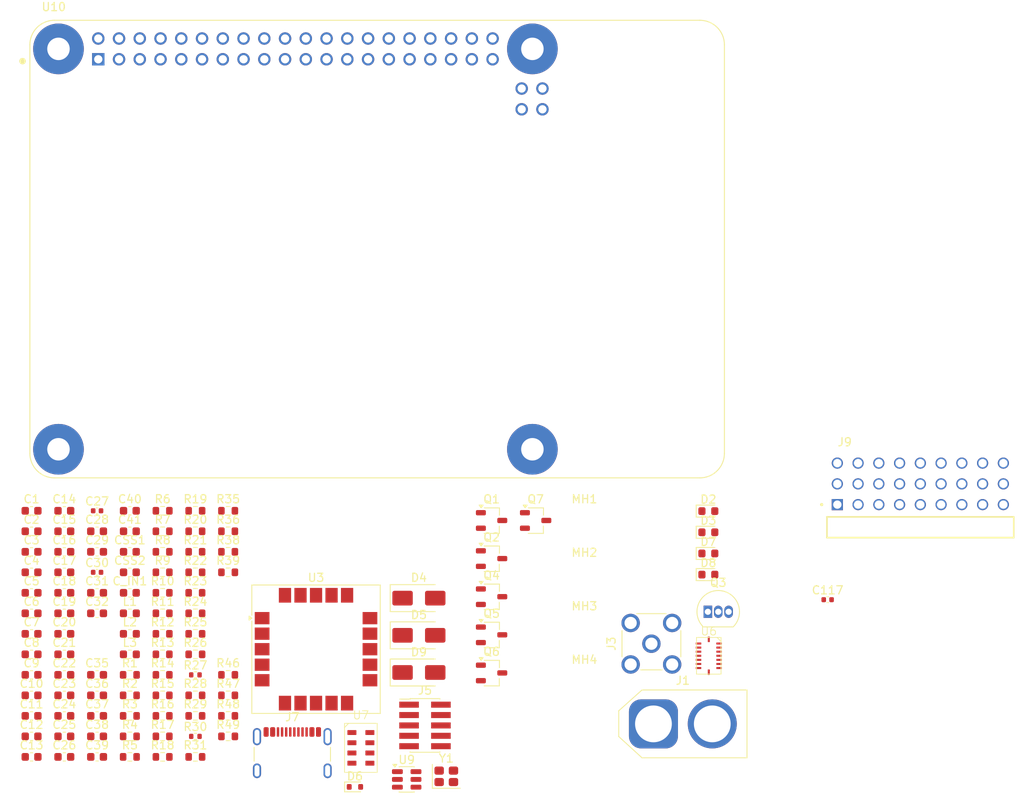
<source format=kicad_pcb>
(kicad_pcb (version 20241229) (generator "pcbnew") (generator_version "9.0")
  (layers (0 "F.Cu" signal) (2 "B.Cu" signal) (13 "F.Paste" user) (15 "B.Paste" user) (5 "F.SilkS" user "F.Silkscreen") (7 "B.SilkS" user "B.Silkscreen") (1 "F.Mask" user) (3 "B.Mask" user) (25 "Edge.Cuts" user))
  (net 0 "")
  (net 1 "+3.3V")
  (net 2 "GND")
  (net 3 "NRST")
  (net 4 "ARM_POWER")
  (net 5 "+5V")
  (net 6 "Net-(IC1-FB)")
  (net 7 "Net-(IC1-VDD)")
  (net 8 "VBUS")
  (net 9 "VBUS_SENS")
  (net 10 "Net-(IC1-PHASE_1)")
  (net 11 "Net-(IC1-BOOT)")
  (net 12 "BATTERY")
  (net 13 "Net-(U5-BST)")
  (net 14 "Net-(D9-K)")
  (net 15 "Net-(C28-Pad1)")
  (net 16 "Net-(IC2-FB)")
  (net 17 "Net-(IC2-VDD)")
  (net 18 "Net-(IC2-PHASE_1)")
  (net 19 "Net-(IC2-BOOT)")
  (net 20 "Net-(IC1-SS)")
  (net 21 "Net-(IC2-SS)")
  (net 22 "VCC")
  (net 23 "Net-(D2-A)")
  (net 24 "Net-(D3-A)")
  (net 25 "Net-(D6-A)")
  (net 26 "Net-(D7-A)")
  (net 27 "Net-(D8-A)")
  (net 30 "Net-(J3-In)")
  (net 31 "DEBUG_SWDIO")
  (net 33 "DEBUG_SWCLK")
  (net 36 "USB_CONN_D+")
  (net 37 "USB_CONN_D-")
  (net 38 "Net-(J7-CC2)")
  (net 39 "Net-(J7-CC1)")
  (net 42 "SERVO_PWM1")
  (net 43 "SERVO_PWM2")
  (net 44 "SERVO_PWM3")
  (net 45 "SERVO_PWM4")
  (net 46 "SERVO_PWM5")
  (net 47 "SERVO_PWM6")
  (net 48 "DROGUE_CONT")
  (net 49 "Net-(J4-Pin_2)")
  (net 50 "Net-(Q2-G)")
  (net 51 "Net-(Q2-S)")
  (net 52 "Net-(Q3-B)")
  (net 53 "Net-(Q4-G)")
  (net 54 "Net-(J6-Pin_2)")
  (net 55 "Net-(Q4-S)")
  (net 56 "RECOVERY_CONT")
  (net 57 "Net-(J8-Pin_2)")
  (net 58 "Net-(Q7-S)")
  (net 59 "Net-(Q7-G)")
  (net 60 "ARM_CONT")
  (net 61 "RADIO_nCS")
  (net 62 "DROGUE")
  (net 63 "LED_ARMED")
  (net 64 "LED_FLIGHT")
  (net 65 "BUZZER")
  (net 66 "5V_PG")
  (net 67 "RECOVERY")
  (net 68 "LED_STORAGE")
  (net 69 "LED_STANDBY")
  (net 70 "GPS_RESET")
  (net 71 "5V_EN")
  (net 72 "Net-(U5-FREQ)")
  (net 73 "Net-(U5-COMP)")
  (net 74 "Net-(U5-FB)")
  (net 75 "MAG_SCL")
  (net 76 "5V_EN_PI")
  (net 77 "5V_PG_PI")
  (net 79 "GPS_SAFEBOOT")
  (net 80 "GPS_UART_RX")
  (net 81 "GPS_INT")
  (net 82 "GPS_UART_TX")
  (net 85 "IMU_INT1")
  (net 86 "IMU_MISO")
  (net 87 "IMU_CS2")
  (net 88 "IMU_INT4")
  (net 89 "IMU_INT2")
  (net 90 "IMU_SCK")
  (net 91 "IMU_MOSI")
  (net 93 "IMU_INT3")
  (net 94 "IMU_CS1")
  (net 95 "ALT_MOSI")
  (net 96 "ALT_MISO")
  (net 97 "ALT_CS")
  (net 98 "ALT_SCK")
  (net 99 "USB_D+")
  (net 100 "USB_D-")
  (net 101 "SHIELD")
  (net 114 "3V3")
  (net 133 "HSE_IN")
  (net 135 "+5V_SERVO")
  (net 136 "Net-(U8-CRST)")
  (net 137 "ESC_PWM0")
  (net 138 "Net-(Q6-D)")
  (net 139 "MAG_SDA")
  (net 140 "Net-(R38-Pad2)")
  (footprint "Package_TO_SOT_SMD:TSOT-23" (layer "F.Cu") (at 97.04 143.905)
    (property "Reference" "Q1" (at 0 -2.6 0) (layer "F.SilkS"))
    (property "Value" "Q_NMOS_GSD")
    (pad "1" smd roundrect (at -1.31 -0.95) (size 1.22 0.65) (layers "F.Cu" "F.Mask" "F.Paste") (net 49 "Net-(J4-Pin_2)"))
    (pad "2" smd roundrect (at -1.31 0.95) (size 1.22 0.65) (layers "F.Cu" "F.Mask" "F.Paste") (net 2 "GND"))
    (pad "3" smd roundrect (at 1.31 0) (size 1.22 0.65) (layers "F.Cu" "F.Mask" "F.Paste") (net 48 "DROGUE_CONT"))
  )
  (footprint "Resistor_SMD:R_0603_1608Metric" (layer "F.Cu") (at 52.77 165.31)
    (property "Reference" "R2" (at 0 -1.43 0) (layer "F.SilkS"))
    (property "Value" "100k")
    (pad "1" smd roundrect (at -0.825 0) (size 0.8 0.95) (layers "F.Cu" "F.Mask" "F.Paste") (net 61 "RADIO_nCS"))
    (pad "2" smd roundrect (at 0.825 0) (size 0.8 0.95) (layers "F.Cu" "F.Mask" "F.Paste") (net 1 "+3.3V"))
  )
  (footprint "Capacitor_SMD:C_0603_1608Metric" (layer "F.Cu") (at 48.76 145.23)
    (property "Reference" "C28" (at 0 -1.43 0) (layer "F.SilkS"))
    (property "Value" "220pF")
    (pad "1" smd roundrect (at -0.775 0) (size 0.9 0.95) (layers "F.Cu" "F.Mask" "F.Paste") (net 15 "Net-(C28-Pad1)"))
    (pad "2" smd roundrect (at 0.775 0) (size 0.9 0.95) (layers "F.Cu" "F.Mask" "F.Paste") (net 2 "GND"))
  )
  (footprint "Resistor_SMD:R_0603_1608Metric" (layer "F.Cu") (at 56.78 147.74)
    (property "Reference" "R8" (at 0 -1.43 0) (layer "F.SilkS"))
    (property "Value" "499k")
    (pad "1" smd roundrect (at -0.825 0) (size 0.8 0.95) (layers "F.Cu" "F.Mask" "F.Paste") (net 6 "Net-(IC1-FB)"))
    (pad "2" smd roundrect (at 0.825 0) (size 0.8 0.95) (layers "F.Cu" "F.Mask" "F.Paste") (net 135 "+5V_SERVO"))
  )
  (footprint "Resistor_SMD:R_0603_1608Metric" (layer "F.Cu") (at 56.78 165.31)
    (property "Reference" "R15" (at 0 -1.43 0) (layer "F.SilkS"))
    (property "Value" "100")
    (pad "1" smd roundrect (at -0.825 0) (size 0.8 0.95) (layers "F.Cu" "F.Mask" "F.Paste") (net 67 "RECOVERY"))
    (pad "2" smd roundrect (at 0.825 0) (size 0.8 0.95) (layers "F.Cu" "F.Mask" "F.Paste") (net 53 "Net-(Q4-G)"))
  )
  (footprint "Capacitor_SMD:C_0603_1608Metric" (layer "F.Cu") (at 48.76 165.31)
    (property "Reference" "C36" (at 0 -1.43 0) (layer "F.SilkS"))
    (property "Value" "1uF")
    (pad "1" smd roundrect (at -0.775 0) (size 0.9 0.95) (layers "F.Cu" "F.Mask" "F.Paste") (net 17 "Net-(IC2-VDD)"))
    (pad "2" smd roundrect (at 0.775 0) (size 0.9 0.95) (layers "F.Cu" "F.Mask" "F.Paste") (net 2 "GND"))
  )
  (footprint "Capacitor_SMD:C_0603_1608Metric" (layer "F.Cu") (at 44.75 152.76)
    (property "Reference" "C18" (at 0 -1.43 0) (layer "F.SilkS"))
    (property "Value" "10uF")
    (pad "1" smd roundrect (at -0.775 0) (size 0.9 0.95) (layers "F.Cu" "F.Mask" "F.Paste") (net 2 "GND"))
    (pad "2" smd roundrect (at 0.775 0) (size 0.9 0.95) (layers "F.Cu" "F.Mask" "F.Paste") (net 12 "BATTERY"))
  )
  (footprint "Resistor_SMD:R_0603_1608Metric" (layer "F.Cu") (at 64.8 147.74)
    (property "Reference" "R38" (at 0 -1.43 0) (layer "F.SilkS"))
    (property "Value" "100")
    (pad "1" smd roundrect (at -0.825 0) (size 0.8 0.95) (layers "F.Cu" "F.Mask" "F.Paste") (net 59 "Net-(Q7-G)"))
    (pad "2" smd roundrect (at 0.825 0) (size 0.8 0.95) (layers "F.Cu" "F.Mask" "F.Paste") (net 140 "Net-(R38-Pad2)"))
  )
  (footprint "Resistor_SMD:R_0603_1608Metric" (layer "F.Cu") (at 52.77 172.84)
    (property "Reference" "R5" (at 0 -1.43 0) (layer "F.SilkS"))
    (property "Value" "10k")
    (pad "1" smd roundrect (at -0.825 0) (size 0.8 0.95) (layers "F.Cu" "F.Mask" "F.Paste") (net 49 "Net-(J4-Pin_2)"))
    (pad "2" smd roundrect (at 0.825 0) (size 0.8 0.95) (layers "F.Cu" "F.Mask" "F.Paste") (net 2 "GND"))
  )
  (footprint "Resistor_SMD:R_0603_1608Metric" (layer "F.Cu") (at 52.77 162.8)
    (property "Reference" "R1" (at 0 -1.43 0) (layer "F.SilkS"))
    (property "Value" "27k")
    (pad "1" smd roundrect (at -0.825 0) (size 0.8 0.95) (layers "F.Cu" "F.Mask" "F.Paste") (net 4 "ARM_POWER"))
    (pad "2" smd roundrect (at 0.825 0) (size 0.8 0.95) (layers "F.Cu" "F.Mask" "F.Paste") (net 60 "ARM_CONT"))
  )
  (footprint "MountingHole:MountingHole_2.5mm" (layer "F.Cu") (at 108.4 144.74)
    (property "Reference" "MH1" (at 0 -3.45 0) (layer "F.SilkS"))
    (property "Value" "M2.5")
    (pad "" np_thru_hole circle (at 0 0) (size 2.5 2.5) (drill 2.5) (layers "*.Cu" "*.Mask"))
  )
  (footprint "Capacitor_SMD:C_0603_1608Metric" (layer "F.Cu") (at 40.74 147.74)
    (property "Reference" "C3" (at 0 -1.43 0) (layer "F.SilkS"))
    (property "Value" "100nF")
    (pad "1" smd roundrect (at -0.775 0) (size 0.9 0.95) (layers "F.Cu" "F.Mask" "F.Paste") (net 1 "+3.3V"))
    (pad "2" smd roundrect (at 0.775 0) (size 0.9 0.95) (layers "F.Cu" "F.Mask" "F.Paste") (net 2 "GND"))
  )
  (footprint "Resistor_SMD:R_0603_1608Metric" (layer "F.Cu") (at 52.77 167.82)
    (property "Reference" "R3" (at 0 -1.43 0) (layer "F.SilkS"))
    (property "Value" "3k")
    (pad "1" smd roundrect (at -0.825 0) (size 0.8 0.95) (layers "F.Cu" "F.Mask" "F.Paste") (net 60 "ARM_CONT"))
    (pad "2" smd roundrect (at 0.825 0) (size 0.8 0.95) (layers "F.Cu" "F.Mask" "F.Paste") (net 2 "GND"))
  )
  (footprint "Resistor_SMD:R_0603_1608Metric" (layer "F.Cu") (at 60.79 150.25)
    (property "Reference" "R22" (at 0 -1.43 0) (layer "F.SilkS"))
    (property "Value" "10k")
    (pad "1" smd roundrect (at -0.825 0) (size 0.8 0.95) (layers "F.Cu" "F.Mask" "F.Paste") (net 1 "+3.3V"))
    (pad "2" smd roundrect (at 0.825 0) (size 0.8 0.95) (layers "F.Cu" "F.Mask" "F.Paste") (net 70 "GPS_RESET"))
  )
  (footprint "Resistor_SMD:R_0603_1608Metric" (layer "F.Cu") (at 56.78 172.84)
    (property "Reference" "R18" (at 0 -1.43 0) (layer "F.SilkS"))
    (property "Value" "10k")
    (pad "1" smd roundrect (at -0.825 0) (size 0.8 0.95) (layers "F.Cu" "F.Mask" "F.Paste") (net 54 "Net-(J6-Pin_2)"))
    (pad "2" smd roundrect (at 0.825 0) (size 0.8 0.95) (layers "F.Cu" "F.Mask" "F.Paste") (net 2 "GND"))
  )
  (footprint "MountingHole:MountingHole_2.5mm" (layer "F.Cu") (at 108.4 164.39)
    (property "Reference" "MH4" (at 0 -3.45 0) (layer "F.SilkS"))
    (property "Value" "M2.5")
    (pad "" np_thru_hole circle (at 0 0) (size 2.5 2.5) (drill 2.5) (layers "*.Cu" "*.Mask"))
  )
  (footprint "UCIRP-KiCAD-Lib:SAMTEC_HTSW-109-08-T-T-RA" (layer "F.Cu") (at 149.515 144.735)
    (property "Reference" "J9" (at -9.255 -10.42 0) (layer "F.SilkS"))
    (property "Value" "HTSW-109-08-T-T-RA")
    (pad "01" thru_hole rect (at -10.16 -2.77) (size 1.37 1.37) (drill 1.02) (layers "*.Cu" "*.Mask") (net 42 "SERVO_PWM1"))
    (pad "02" thru_hole circle (at -10.16 -5.31) (size 1.37 1.37) (drill 1.02) (layers "*.Cu" "*.Mask") (net 135 "+5V_SERVO"))
    (pad "03" thru_hole circle (at -10.16 -7.85) (size 1.37 1.37) (drill 1.02) (layers "*.Cu" "*.Mask") (net 2 "GND"))
    (pad "04" thru_hole circle (at -7.62 -2.77) (size 1.37 1.37) (drill 1.02) (layers "*.Cu" "*.Mask") (net 43 "SERVO_PWM2"))
    (pad "05" thru_hole circle (at -7.62 -5.31) (size 1.37 1.37) (drill 1.02) (layers "*.Cu" "*.Mask") (net 135 "+5V_SERVO"))
    (pad "06" thru_hole circle (at -7.62 -7.85) (size 1.37 1.37) (drill 1.02) (layers "*.Cu" "*.Mask") (net 2 "GND"))
    (pad "07" thru_hole circle (at -5.08 -2.77) (size 1.37 1.37) (drill 1.02) (layers "*.Cu" "*.Mask") (net 44 "SERVO_PWM3"))
    (pad "08" thru_hole circle (at -5.08 -5.31) (size 1.37 1.37) (drill 1.02) (layers "*.Cu" "*.Mask") (net 135 "+5V_SERVO"))
    (pad "09" thru_hole circle (at -5.08 -7.85) (size 1.37 1.37) (drill 1.02) (layers "*.Cu" "*.Mask") (net 2 "GND"))
    (pad "10" thru_hole circle (at -2.54 -2.77) (size 1.37 1.37) (drill 1.02) (layers "*.Cu" "*.Mask") (net 45 "SERVO_PWM4"))
    (pad "11" thru_hole circle (at -2.54 -5.31) (size 1.37 1.37) (drill 1.02) (layers "*.Cu" "*.Mask") (net 135 "+5V_SERVO"))
    (pad "12" thru_hole circle (at -2.54 -7.85) (size 1.37 1.37) (drill 1.02) (layers "*.Cu" "*.Mask") (net 2 "GND"))
    (pad "13" thru_hole circle (at 0 -2.77) (size 1.37 1.37) (drill 1.02) (layers "*.Cu" "*.Mask") (net 46 "SERVO_PWM5"))
    (pad "14" thru_hole circle (at 0 -5.31) (size 1.37 1.37) (drill 1.02) (layers "*.Cu" "*.Mask") (net 135 "+5V_SERVO"))
    (pad "15" thru_hole circle (at 0 -7.85) (size 1.37 1.37) (drill 1.02) (layers "*.Cu" "*.Mask") (net 2 "GND"))
    (pad "16" thru_hole circle (at 2.54 -2.77) (size 1.37 1.37) (drill 1.02) (layers "*.Cu" "*.Mask") (net 47 "SERVO_PWM6"))
    (pad "17" thru_hole circle (at 2.54 -5.31) (size 1.37 1.37) (drill 1.02) (layers "*.Cu" "*.Mask") (net 135 "+5V_SERVO"))
    (pad "18" thru_hole circle (at 2.54 -7.85) (size 1.37 1.37) (drill 1.02) (layers "*.Cu" "*.Mask") (net 2 "GND"))
    (pad "19" thru_hole circle (at 5.08 -2.77) (size 1.37 1.37) (drill 1.02) (layers "*.Cu" "*.Mask") (net 137 "ESC_PWM0"))
    (pad "20" thru_hole circle (at 5.08 -5.31) (size 1.37 1.37) (drill 1.02) (layers "*.Cu" "*.Mask") (net 135 "+5V_SERVO"))
    (pad "21" thru_hole circle (at 5.08 -7.85) (size 1.37 1.37) (drill 1.02) (layers "*.Cu" "*.Mask") (net 2 "GND"))
    (pad "22" thru_hole circle (at 7.62 -2.77) (size 1.37 1.37) (drill 1.02) (layers "*.Cu" "*.Mask") (net 2 "GND"))
    (pad "23" thru_hole circle (at 7.62 -5.31) (size 1.37 1.37) (drill 1.02) (layers "*.Cu" "*.Mask") (net 1 "+3.3V"))
    (pad "24" thru_hole circle (at 7.62 -7.85) (size 1.37 1.37) (drill 1.02) (layers "*.Cu" "*.Mask") (net 2 "GND"))
    (pad "25" thru_hole circle (at 10.16 -2.77) (size 1.37 1.37) (drill 1.02) (layers "*.Cu" "*.Mask") (net 2 "GND"))
    (pad "26" thru_hole circle (at 10.16 -5.31) (size 1.37 1.37) (drill 1.02) (layers "*.Cu" "*.Mask") (net 1 "+3.3V"))
    (pad "27" thru_hole circle (at 10.16 -7.85) (size 1.37 1.37) (drill 1.02) (layers "*.Cu" "*.Mask") (net 2 "GND"))
  )
  (footprint "Package_TO_SOT_SMD:TSOT-23" (layer "F.Cu") (at 102.43 143.905)
    (property "Reference" "Q7" (at 0 -2.6 0) (layer "F.SilkS"))
    (property "Value" "Q_NMOS_GSD")
    (pad "1" smd roundrect (at -1.31 -0.95) (size 1.22 0.65) (layers "F.Cu" "F.Mask" "F.Paste") (net 59 "Net-(Q7-G)"))
    (pad "2" smd roundrect (at -1.31 0.95) (size 1.22 0.65) (layers "F.Cu" "F.Mask" "F.Paste") (net 58 "Net-(Q7-S)"))
    (pad "3" smd roundrect (at 1.31 0) (size 1.22 0.65) (layers "F.Cu" "F.Mask" "F.Paste") (net 57 "Net-(J8-Pin_2)"))
  )
  (footprint "Capacitor_SMD:C_0603_1608Metric" (layer "F.Cu") (at 48.76 155.27)
    (property "Reference" "C32" (at 0 -1.43 0) (layer "F.SilkS"))
    (property "Value" "100nF")
    (pad "1" smd roundrect (at -0.775 0) (size 0.9 0.95) (layers "F.Cu" "F.Mask" "F.Paste") (net 1 "+3.3V"))
    (pad "2" smd roundrect (at 0.775 0) (size 0.9 0.95) (layers "F.Cu" "F.Mask" "F.Paste") (net 2 "GND"))
  )
  (footprint "Resistor_SMD:R_0603_1608Metric" (layer "F.Cu") (at 64.8 162.8)
    (property "Reference" "R46" (at 0 -1.43 0) (layer "F.SilkS"))
    (property "Value" "100k")
    (pad "1" smd roundrect (at -0.825 0) (size 0.8 0.95) (layers "F.Cu" "F.Mask" "F.Paste") (net 76 "5V_EN_PI"))
    (pad "2" smd roundrect (at 0.825 0) (size 0.8 0.95) (layers "F.Cu" "F.Mask" "F.Paste") (net 1 "+3.3V"))
  )
  (footprint "Resistor_SMD:R_0603_1608Metric" (layer "F.Cu") (at 60.79 167.82)
    (property "Reference" "R29" (at 0 -1.43 0) (layer "F.SilkS"))
    (property "Value" "47k")
    (pad "1" smd roundrect (at -0.825 0) (size 0.8 0.95) (layers "F.Cu" "F.Mask" "F.Paste") (net 74 "Net-(U5-FB)"))
    (pad "2" smd roundrect (at 0.825 0) (size 0.8 0.95) (layers "F.Cu" "F.Mask" "F.Paste") (net 2 "GND"))
  )
  (footprint "Resistor_SMD:R_0603_1608Metric" (layer "F.Cu") (at 56.78 170.33)
    (property "Reference" "R17" (at 0 -1.43 0) (layer "F.SilkS"))
    (property "Value" "470")
    (pad "1" smd roundrect (at -0.825 0) (size 0.8 0.95) (layers "F.Cu" "F.Mask" "F.Paste") (net 69 "LED_STANDBY"))
    (pad "2" smd roundrect (at 0.825 0) (size 0.8 0.95) (layers "F.Cu" "F.Mask" "F.Paste") (net 27 "Net-(D8-A)"))
  )
  (footprint "Diode_SMD:D_SOD-523" (layer "F.Cu") (at 80.315 176.51)
    (property "Reference" "D6" (at 0 -1.3 0) (layer "F.SilkS"))
    (property "Value" "1N4148WT")
    (pad "1" smd roundrect (at -0.7 0 180) (size 0.6 0.7) (layers "F.Cu" "F.Mask" "F.Paste") (net 1 "+3.3V"))
    (pad "2" smd roundrect (at 0.7 0 180) (size 0.6 0.7) (layers "F.Cu" "F.Mask" "F.Paste") (net 25 "Net-(D6-A)"))
  )
  (footprint "Capacitor_SMD:C_0402_1005Metric" (layer "F.Cu") (at 48.76 150.25)
    (property "Reference" "C30" (at 0 -1.16 0) (layer "F.SilkS"))
    (property "Value" "100nF")
    (pad "1" smd roundrect (at -0.48 0) (size 0.56 0.62) (layers "F.Cu" "F.Mask" "F.Paste") (net 1 "+3.3V"))
    (pad "2" smd roundrect (at 0.48 0) (size 0.56 0.62) (layers "F.Cu" "F.Mask" "F.Paste") (net 2 "GND"))
  )
  (footprint "Resistor_SMD:R_0603_1608Metric" (layer "F.Cu") (at 60.79 160.29)
    (property "Reference" "R26" (at 0 -1.43 0) (layer "F.SilkS"))
    (property "Value" "200k")
    (pad "1" smd roundrect (at -0.825 0) (size 0.8 0.95) (layers "F.Cu" "F.Mask" "F.Paste") (net 72 "Net-(U5-FREQ)"))
    (pad "2" smd roundrect (at 0.825 0) (size 0.8 0.95) (layers "F.Cu" "F.Mask" "F.Paste") (net 2 "GND"))
  )
  (footprint "Package_TO_SOT_THT:TO-92_Inline" (layer "F.Cu") (at 123.51 155.08)
    (property "Reference" "Q3" (at 1.27 -3.56 0) (layer "F.SilkS"))
    (property "Value" "BC547")
    (pad "1" thru_hole rect (at 0 0) (size 1.05 1.5) (drill 0.75) (layers "*.Cu" "*.Mask") (net 25 "Net-(D6-A)"))
    (pad "2" thru_hole oval (at 1.27 0) (size 1.05 1.5) (drill 0.75) (layers "*.Cu" "*.Mask") (net 52 "Net-(Q3-B)"))
    (pad "3" thru_hole oval (at 2.54 0) (size 1.05 1.5) (drill 0.75) (layers "*.Cu" "*.Mask") (net 2 "GND"))
  )
  (footprint "Resistor_SMD:R_0603_1608Metric" (layer "F.Cu") (at 64.8 142.72)
    (property "Reference" "R35" (at 0 -1.43 0) (layer "F.SilkS"))
    (property "Value" "1k")
    (pad "1" smd roundrect (at -0.825 0) (size 0.8 0.95) (layers "F.Cu" "F.Mask" "F.Paste") (net 1 "+3.3V"))
    (pad "2" smd roundrect (at 0.825 0) (size 0.8 0.95) (layers "F.Cu" "F.Mask" "F.Paste") (net 138 "Net-(Q6-D)"))
  )
  (footprint "Capacitor_SMD:C_0603_1608Metric" (layer "F.Cu") (at 52.77 152.76)
    (property "Reference" "C_IN1" (at 0 -1.43 0) (layer "F.SilkS"))
    (property "Value" "68uF")
    (pad "1" smd roundrect (at -0.775 0) (size 0.9 0.95) (layers "F.Cu" "F.Mask" "F.Paste") (net 22 "VCC"))
    (pad "2" smd roundrect (at 0.775 0) (size 0.9 0.95) (layers "F.Cu" "F.Mask" "F.Paste") (net 2 "GND"))
  )
  (footprint "Capacitor_SMD:C_0603_1608Metric" (layer "F.Cu") (at 52.77 150.25)
    (property "Reference" "CSS2" (at 0 -1.43 0) (layer "F.SilkS"))
    (property "Value" "2.2nF")
    (pad "1" smd roundrect (at -0.775 0) (size 0.9 0.95) (layers "F.Cu" "F.Mask" "F.Paste") (net 2 "GND"))
    (pad "2" smd roundrect (at 0.775 0) (size 0.9 0.95) (layers "F.Cu" "F.Mask" "F.Paste") (net 21 "Net-(IC2-SS)"))
  )
  (footprint "UCIRP-KiCAD-Lib:MS5607-02BA" (layer "F.Cu") (at 81.045 171.735)
    (property "Reference" "U7" (at 0 -4 0) (layer "F.SilkS") (effects (font (thickness 0.1))))
    (property "Value" "~")
    (pad "1" smd roundrect (at -1.1 -1.875) (size 1.1 0.6) (layers "F.Cu" "F.Mask" "F.Paste") (roundrect_rratio 0.1) (net 1 "+3.3V"))
    (pad "2" smd roundrect (at -1.1 -0.625) (size 1.1 0.6) (layers "F.Cu" "F.Mask" "F.Paste") (roundrect_rratio 0.1) (net 2 "GND"))
    (pad "3" smd roundrect (at -1.1 0.625) (size 1.1 0.6) (layers "F.Cu" "F.Mask" "F.Paste") (roundrect_rratio 0.1) (net 2 "GND"))
    (pad "4" smd roundrect (at -1.1 1.875) (size 1.1 0.6) (layers "F.Cu" "F.Mask" "F.Paste") (roundrect_rratio 0.1) (net 97 "ALT_CS"))
    (pad "5" smd roundrect (at 1.1 1.875) (size 1.1 0.6) (layers "F.Cu" "F.Mask" "F.Paste") (roundrect_rratio 0.1) (net 97 "ALT_CS"))
    (pad "6" smd roundrect (at 1.1 0.625) (size 1.1 0.6) (layers "F.Cu" "F.Mask" "F.Paste") (roundrect_rratio 0.1) (net 96 "ALT_MISO"))
    (pad "7" smd roundrect (at 1.1 -0.625) (size 1.1 0.6) (layers "F.Cu" "F.Mask" "F.Paste") (roundrect_rratio 0.1) (net 95 "ALT_MOSI"))
    (pad "8" smd roundrect (at 1.1 -1.875) (size 1.1 0.6) (layers "F.Cu" "F.Mask" "F.Paste") (roundrect_rratio 0.1) (net 98 "ALT_SCK"))
  )
  (footprint "Resistor_SMD:R_0603_1608Metric" (layer "F.Cu") (at 52.77 170.33)
    (property "Reference" "R4" (at 0 -1.43 0) (layer "F.SilkS"))
    (property "Value" "1k")
    (pad "1" smd roundrect (at -0.825 0) (size 0.8 0.95) (layers "F.Cu" "F.Mask" "F.Paste") (net 1 "+3.3V"))
    (pad "2" smd roundrect (at 0.825 0) (size 0.8 0.95) (layers "F.Cu" "F.Mask" "F.Paste") (net 48 "DROGUE_CONT"))
  )
  (footprint "Capacitor_SMD:C_0603_1608Metric" (layer "F.Cu") (at 48.76 162.8)
    (property "Reference" "C35" (at 0 -1.43 0) (layer "F.SilkS"))
    (property "Value" "12pF")
    (pad "1" smd roundrect (at -0.775 0) (size 0.9 0.95) (layers "F.Cu" "F.Mask" "F.Paste") (net 16 "Net-(IC2-FB)"))
    (pad "2" smd roundrect (at 0.775 0) (size 0.9 0.95) (layers "F.Cu" "F.Mask" "F.Paste") (net 5 "+5V"))
  )
  (footprint "Resistor_SMD:R_0603_1608Metric" (layer "F.Cu") (at 64.8 150.25)
    (property "Reference" "R39" (at 0 -1.43 0) (layer "F.SilkS"))
    (property "Value" "10k")
    (pad "1" smd roundrect (at -0.825 0) (size 0.8 0.95) (layers "F.Cu" "F.Mask" "F.Paste") (net 140 "Net-(R38-Pad2)"))
    (pad "2" smd roundrect (at 0.825 0) (size 0.8 0.95) (layers "F.Cu" "F.Mask" "F.Paste") (net 2 "GND"))
  )
  (footprint "Resistor_SMD:R_0603_1608Metric" (layer "F.Cu") (at 60.79 165.31)
    (property "Reference" "R28" (at 0 -1.43 0) (layer "F.SilkS"))
    (property "Value" "68k")
    (pad "1" smd roundrect (at -0.825 0) (size 0.8 0.95) (layers "F.Cu" "F.Mask" "F.Paste") (net 73 "Net-(U5-COMP)"))
    (pad "2" smd roundrect (at 0.825 0) (size 0.8 0.95) (layers "F.Cu" "F.Mask" "F.Paste") (net 15 "Net-(C28-Pad1)"))
  )
  (footprint "Package_TO_SOT_SMD:TSOT-23" (layer "F.Cu") (at 97.04 148.57)
    (property "Reference" "Q2" (at 0 -2.6 0) (layer "F.SilkS"))
    (property "Value" "Q_NMOS_GSD")
    (pad "1" smd roundrect (at -1.31 -0.95) (size 1.22 0.65) (layers "F.Cu" "F.Mask" "F.Paste") (net 50 "Net-(Q2-G)"))
    (pad "2" smd roundrect (at -1.31 0.95) (size 1.22 0.65) (layers "F.Cu" "F.Mask" "F.Paste") (net 51 "Net-(Q2-S)"))
    (pad "3" smd roundrect (at 1.31 0) (size 1.22 0.65) (layers "F.Cu" "F.Mask" "F.Paste") (net 49 "Net-(J4-Pin_2)"))
  )
  (footprint "Resistor_SMD:R_0603_1608Metric" (layer "F.Cu") (at 64.8 170.33)
    (property "Reference" "R49" (at 0 -1.43 0) (layer "F.SilkS"))
    (property "Value" "95.3k")
    (pad "1" smd roundrect (at -0.825 0) (size 0.8 0.95) (layers "F.Cu" "F.Mask" "F.Paste") (net 16 "Net-(IC2-FB)"))
    (pad "2" smd roundrect (at 0.825 0) (size 0.8 0.95) (layers "F.Cu" "F.Mask" "F.Paste") (net 2 "GND"))
  )
  (footprint "Capacitor_SMD:C_0603_1608Metric" (layer "F.Cu") (at 48.76 152.76)
    (property "Reference" "C31" (at 0 -1.43 0) (layer "F.SilkS"))
    (property "Value" "22uF")
    (pad "1" smd roundrect (at -0.775 0) (size 0.9 0.95) (layers "F.Cu" "F.Mask" "F.Paste") (net 1 "+3.3V"))
    (pad "2" smd roundrect (at 0.775 0) (size 0.9 0.95) (layers "F.Cu" "F.Mask" "F.Paste") (net 2 "GND"))
  )
  (footprint "Capacitor_SMD:C_0603_1608Metric" (layer "F.Cu") (at 44.75 145.23)
    (property "Reference" "C15" (at 0 -1.43 0) (layer "F.SilkS"))
    (property "Value" "4.7uF")
    (pad "1" smd roundrect (at -0.775 0) (size 0.9 0.95) (layers "F.Cu" "F.Mask" "F.Paste") (net 8 "VBUS"))
    (pad "2" smd roundrect (at 0.775 0) (size 0.9 0.95) (layers "F.Cu" "F.Mask" "F.Paste") (net 2 "GND"))
  )
  (footprint "Diode_SMD:D_SMA" (layer "F.Cu") (at 88.145 157.96)
    (property "Reference" "D5" (at 0 -2.5 0) (layer "F.SilkS"))
    (property "Value" "D_LIPO")
    (pad "1" smd roundrect (at -2 0) (size 2.5 1.8) (layers "F.Cu" "F.Mask" "F.Paste") (roundrect_rratio 0.1388888889) (net 22 "VCC"))
    (pad "2" smd roundrect (at 2 0) (size 2.5 1.8) (layers "F.Cu" "F.Mask" "F.Paste") (roundrect_rratio 0.1388888889) (net 12 "BATTERY"))
  )
  (footprint "Capacitor_SMD:C_0603_1608Metric" (layer "F.Cu") (at 40.74 165.31)
    (property "Reference" "C10" (at 0 -1.43 0) (layer "F.SilkS"))
    (property "Value" "12pF")
    (pad "1" smd roundrect (at -0.775 0) (size 0.9 0.95) (layers "F.Cu" "F.Mask" "F.Paste") (net 6 "Net-(IC1-FB)"))
    (pad "2" smd roundrect (at 0.775 0) (size 0.9 0.95) (layers "F.Cu" "F.Mask" "F.Paste") (net 135 "+5V_SERVO"))
  )
  (footprint "Diode_SMD:D_0603_1608Metric" (layer "F.Cu") (at 123.57 150.53)
    (property "Reference" "D8" (at 0 -1.43 0) (layer "F.SilkS"))
    (property "Value" "BLUE_LED")
    (pad "1" smd roundrect (at -0.7875 0) (size 0.875 0.95) (layers "F.Cu" "F.Mask" "F.Paste") (net 2 "GND"))
    (pad "2" smd roundrect (at 0.7875 0) (size 0.875 0.95) (layers "F.Cu" "F.Mask" "F.Paste") (net 27 "Net-(D8-A)"))
  )
  (footprint "Capacitor_SMD:C_0603_1608Metric" (layer "F.Cu") (at 48.76 147.74)
    (property "Reference" "C29" (at 0 -1.43 0) (layer "F.SilkS"))
    (property "Value" "100nF")
    (pad "1" smd roundrect (at -0.775 0) (size 0.9 0.95) (layers "F.Cu" "F.Mask" "F.Paste") (net 1 "+3.3V"))
    (pad "2" smd roundrect (at 0.775 0) (size 0.9 0.95) (layers "F.Cu" "F.Mask" "F.Paste") (net 2 "GND"))
  )
  (footprint "Resistor_SMD:R_0402_1005Metric" (layer "F.Cu") (at 60.79 162.8)
    (property "Reference" "R27" (at 0 -1.17 0) (layer "F.SilkS"))
    (property "Value" "4k7")
    (pad "1" smd roundrect (at -0.51 0) (size 0.54 0.64) (layers "F.Cu" "F.Mask" "F.Paste") (net 1 "+3.3V"))
    (pad "2" smd roundrect (at 0.51 0) (size 0.54 0.64) (layers "F.Cu" "F.Mask" "F.Paste") (net 139 "MAG_SDA"))
  )
  (footprint "Inductor_SMD:L_0603_1608Metric" (layer "F.Cu") (at 52.77 155.27)
    (property "Reference" "L1" (at 0 -1.43 0) (layer "F.SilkS"))
    (property "Value" "3.3uH")
    (pad "1" smd roundrect (at -0.7875 0) (size 0.875 0.95) (layers "F.Cu" "F.Mask" "F.Paste") (net 10 "Net-(IC1-PHASE_1)"))
    (pad "2" smd roundrect (at 0.7875 0) (size 0.875 0.95) (layers "F.Cu" "F.Mask" "F.Paste") (net 135 "+5V_SERVO"))
  )
  (footprint "Resistor_SMD:R_0603_1608Metric" (layer "F.Cu") (at 56.78 162.8)
    (property "Reference" "R14" (at 0 -1.43 0) (layer "F.SilkS"))
    (property "Value" "10k")
    (pad "1" smd roundrect (at -0.825 0) (size 0.8 0.95) (layers "F.Cu" "F.Mask" "F.Paste") (net 67 "RECOVERY"))
    (pad "2" smd roundrect (at 0.825 0) (size 0.8 0.95) (layers "F.Cu" "F.Mask" "F.Paste") (net 2 "GND"))
  )
  (footprint "Capacitor_SMD:C_0603_1608Metric" (layer "F.Cu") (at 44.75 147.74)
    (property "Reference" "C16" (at 0 -1.43 0) (layer "F.SilkS"))
    (property "Value" "C")
    (pad "1" smd roundrect (at -0.775 0) (size 0.9 0.95) (layers "F.Cu" "F.Mask" "F.Paste") (net 2 "GND"))
    (pad "2" smd roundrect (at 0.775 0) (size 0.9 0.95) (layers "F.Cu" "F.Mask" "F.Paste") (net 9 "VBUS_SENS"))
  )
  (footprint "Capacitor_SMD:C_0603_1608Metric" (layer "F.Cu") (at 40.74 170.33)
    (property "Reference" "C12" (at 0 -1.43 0) (layer "F.SilkS"))
    (property "Value" "1uF")
    (pad "1" smd roundrect (at -0.775 0) (size 0.9 0.95) (layers "F.Cu" "F.Mask" "F.Paste") (net 7 "Net-(IC1-VDD)"))
    (pad "2" smd roundrect (at 0.775 0) (size 0.9 0.95) (layers "F.Cu" "F.Mask" "F.Paste") (net 2 "GND"))
  )
  (footprint "Capacitor_SMD:C_0603_1608Metric" (layer "F.Cu") (at 44.75 162.8)
    (property "Reference" "C22" (at 0 -1.43 0) (layer "F.SilkS"))
    (property "Value" "100nF")
    (pad "1" smd roundrect (at -0.775 0) (size 0.9 0.95) (layers "F.Cu" "F.Mask" "F.Paste") (net 1 "+3.3V"))
    (pad "2" smd roundrect (at 0.775 0) (size 0.9 0.95) (layers "F.Cu" "F.Mask" "F.Paste") (net 2 "GND"))
  )
  (footprint "UCIRP-KiCAD-Lib:BMI088" (layer "F.Cu") (at 123.625 160.465)
    (property "Reference" "U6" (at 0 -3 0) (layer "F.SilkS") (effects (font (thickness 0.1))))
    (property "Value" "~")
    (pad "1" smd rect (at 1.2625 -1.5) (size 0.675 0.25) (layers "F.Cu" "F.Mask" "F.Paste") (net 89 "IMU_INT2"))
    (pad "2" smd rect (at 1.2625 -1) (size 0.675 0.25) (layers "F.Cu" "F.Mask" "F.Paste"))
    (pad "3" smd rect (at 1.2625 -0.5) (size 0.675 0.25) (layers "F.Cu" "F.Mask" "F.Paste") (net 1 "+3.3V"))
    (pad "4" smd rect (at 1.2625 0) (size 0.675 0.25) (layers "F.Cu" "F.Mask" "F.Paste") (net 2 "GND"))
    (pad "5" smd rect (at 1.2625 0.5) (size 0.675 0.25) (layers "F.Cu" "F.Mask" "F.Paste") (net 87 "IMU_CS2"))
    (pad "6" smd rect (at 1.2625 1) (size 0.675 0.25) (layers "F.Cu" "F.Mask" "F.Paste") (net 2 "GND"))
    (pad "7" smd rect (at 1.2625 1.5) (size 0.675 0.25) (layers "F.Cu" "F.Mask" "F.Paste") (net 2 "GND"))
    (pad "8" smd rect (at 0 2.0125 90) (size 0.675 0.25) (layers "F.Cu" "F.Mask" "F.Paste") (net 90 "IMU_SCK"))
    (pad "9" smd rect (at -1.2625 1.5) (size 0.675 0.25) (layers "F.Cu" "F.Mask" "F.Paste") (net 91 "IMU_MOSI"))
    (pad "10" smd rect (at -1.2625 1) (size 0.675 0.25) (layers "F.Cu" "F.Mask" "F.Paste") (net 86 "IMU_MISO"))
    (pad "11" smd rect (at -1.2625 0.5) (size 0.675 0.25) (layers "F.Cu" "F.Mask" "F.Paste") (net 1 "+3.3V"))
    (pad "12" smd rect (at -1.2625 0) (size 0.675 0.25) (layers "F.Cu" "F.Mask" "F.Paste") (net 93 "IMU_INT3"))
    (pad "13" smd rect (at -1.2625 -0.5) (size 0.675 0.25) (layers "F.Cu" "F.Mask" "F.Paste") (net 88 "IMU_INT4"))
    (pad "14" smd rect (at -1.2625 -1) (size 0.675 0.25) (layers "F.Cu" "F.Mask" "F.Paste") (net 94 "IMU_CS1"))
    (pad "15" smd rect (at -1.2625 -1.5) (size 0.675 0.25) (layers "F.Cu" "F.Mask" "F.Paste") (net 86 "IMU_MISO"))
    (pad "16" smd rect (at 0 -2.0125 90) (size 0.675 0.25) (layers "F.Cu" "F.Mask" "F.Paste") (net 85 "IMU_INT1"))
  )
  (footprint "Capacitor_SMD:C_0603_1608Metric" (layer "F.Cu") (at 48.76 170.33)
    (property "Reference" "C38" (at 0 -1.43 0) (layer "F.SilkS"))
    (property "Value" "0.1uF")
    (pad "1" smd roundrect (at -0.775 0) (size 0.9 0.95) (layers "F.Cu" "F.Mask" "F.Paste") (net 19 "Net-(IC2-BOOT)"))
    (pad "2" smd roundrect (at 0.775 0) (size 0.9 0.95) (layers "F.Cu" "F.Mask" "F.Paste") (net 18 "Net-(IC2-PHASE_1)"))
  )
  (footprint "Resistor_SMD:R_0603_1608Metric" (layer "F.Cu") (at 60.79 142.72)
    (property "Reference" "R19" (at 0 -1.43 0) (layer "F.SilkS"))
    (property "Value" "1k")
    (pad "1" smd roundrect (at -0.825 0) (size 0.8 0.95) (layers "F.Cu" "F.Mask" "F.Paste") (net 1 "+3.3V"))
    (pad "2" smd roundrect (at 0.825 0) (size 0.8 0.95) (layers "F.Cu" "F.Mask" "F.Paste") (net 56 "RECOVERY_CONT"))
  )
  (footprint "Capacitor_SMD:C_0603_1608Metric" (layer "F.Cu") (at 44.75 150.25)
    (property "Reference" "C17" (at 0 -1.43 0) (layer "F.SilkS"))
    (property "Value" "0.1uF")
    (pad "1" smd roundrect (at -0.775 0) (size 0.9 0.95) (layers "F.Cu" "F.Mask" "F.Paste") (net 11 "Net-(IC1-BOOT)"))
    (pad "2" smd roundrect (at 0.775 0) (size 0.9 0.95) (layers "F.Cu" "F.Mask" "F.Paste") (net 10 "Net-(IC1-PHASE_1)"))
  )
  (footprint "Inductor_SMD:L_0603_1608Metric" (layer "F.Cu") (at 52.77 157.78)
    (property "Reference" "L2" (at 0 -1.43 0) (layer "F.SilkS"))
    (property "Value" "10uH")
    (pad "1" smd roundrect (at -0.7875 0) (size 0.875 0.95) (layers "F.Cu" "F.Mask" "F.Paste") (net 14 "Net-(D9-K)"))
    (pad "2" smd roundrect (at 0.7875 0) (size 0.875 0.95) (layers "F.Cu" "F.Mask" "F.Paste") (net 1 "+3.3V"))
  )
  (footprint "Resistor_SMD:R_0603_1608Metric" (layer "F.Cu") (at 64.8 167.82)
    (property "Reference" "R48" (at 0 -1.43 0) (layer "F.SilkS"))
    (property "Value" "100k")
    (pad "1" smd roundrect (at -0.825 0) (size 0.8 0.95) (layers "F.Cu" "F.Mask" "F.Paste") (net 77 "5V_PG_PI"))
    (pad "2" smd roundrect (at 0.825 0) (size 0.8 0.95) (layers "F.Cu" "F.Mask" "F.Paste") (net 1 "+3.3V"))
  )
  (footprint "Capacitor_SMD:C_0603_1608Metric" (layer "F.Cu") (at 40.74 145.23)
    (property "Reference" "C2" (at 0 -1.43 0) (layer "F.SilkS"))
    (property "Value" "100nF")
    (pad "1" smd roundrect (at -0.775 0) (size 0.9 0.95) (layers "F.Cu" "F.Mask" "F.Paste") (net 2 "GND"))
    (pad "2" smd roundrect (at 0.775 0) (size 0.9 0.95) (layers "F.Cu" "F.Mask" "F.Paste") (net 3 "NRST"))
  )
  (footprint "Capacitor_SMD:C_0603_1608Metric" (layer "F.Cu") (at 40.74 155.27)
    (property "Reference" "C6" (at 0 -1.43 0) (layer "F.SilkS"))
    (property "Value" "100nF")
    (pad "1" smd roundrect (at -0.775 0) (size 0.9 0.95) (layers "F.Cu" "F.Mask" "F.Paste") (net 1 "+3.3V"))
    (pad "2" smd roundrect (at 0.775 0) (size 0.9 0.95) (layers "F.Cu" "F.Mask" "F.Paste") (net 2 "GND"))
  )
  (footprint "Package_TO_SOT_SMD:TSOT-23" (layer "F.Cu") (at 97.04 153.235)
    (property "Reference" "Q4" (at 0 -2.6 0) (layer "F.SilkS"))
    (property "Value" "Q_NMOS_GSD")
    (pad "1" smd roundrect (at -1.31 -0.95) (size 1.22 0.65) (layers "F.Cu" "F.Mask" "F.Paste") (net 53 "Net-(Q4-G)"))
    (pad "2" smd roundrect (at -1.31 0.95) (size 1.22 0.65) (layers "F.Cu" "F.Mask" "F.Paste") (net 55 "Net-(Q4-S)"))
    (pad "3" smd roundrect (at 1.31 0) (size 1.22 0.65) (layers "F.Cu" "F.Mask" "F.Paste") (net 54 "Net-(J6-Pin_2)"))
  )
  (footprint "UCIRP-KiCAD-Lib:MODULE_RASPBERRY_PI_4B_4GB" (layer "F.Cu") (at 83.035 110.69)
    (property "Reference" "U10" (at -39.575 -29.635 0) (layer "F.SilkS"))
    (property "Value" "RASPBERRY_PI_4B_4GB")
    (pad "1" thru_hole rect (at -34.13 -23.23) (size 1.524 1.524) (drill 1.016) (layers "*.Cu" "*.Mask") (net 114 "3V3"))
    (pad "2" thru_hole circle (at -34.13 -25.77) (size 1.524 1.524) (drill 1.016) (layers "*.Cu" "*.Mask") (net 5 "+5V"))
    (pad "3" thru_hole circle (at -31.59 -23.23) (size 1.524 1.524) (drill 1.016) (layers "*.Cu" "*.Mask"))
    (pad "4" thru_hole circle (at -31.59 -25.77) (size 1.524 1.524) (drill 1.016) (layers "*.Cu" "*.Mask") (net 5 "+5V"))
    (pad "5" thru_hole circle (at -29.05 -23.23) (size 1.524 1.524) (drill 1.016) (layers "*.Cu" "*.Mask"))
    (pad "6" thru_hole circle (at -29.05 -25.77) (size 1.524 1.524) (drill 1.016) (layers "*.Cu" "*.Mask") (net 2 "GND"))
    (pad "7" thru_hole circle (at -26.51 -23.23) (size 1.524 1.524) (drill 1.016) (layers "*.Cu" "*.Mask"))
    (pad "8" thru_hole circle (at -26.51 -25.77) (size 1.524 1.524) (drill 1.016) (layers "*.Cu" "*.Mask"))
    (pad "9" thru_hole circle (at -23.97 -23.23) (size 1.524 1.524) (drill 1.016) (layers "*.Cu" "*.Mask") (net 2 "GND"))
    (pad "10" thru_hole circle (at -23.97 -25.77) (size 1.524 1.524) (drill 1.016) (layers "*.Cu" "*.Mask"))
    (pad "11" thru_hole circle (at -21.43 -23.23) (size 1.524 1.524) (drill 1.016) (layers "*.Cu" "*.Mask"))
    (pad "12" thru_hole circle (at -21.43 -25.77) (size 1.524 1.524) (drill 1.016) (layers "*.Cu" "*.Mask"))
    (pad "13" thru_hole circle (at -18.89 -23.23) (size 1.524 1.524) (drill 1.016) (layers "*.Cu" "*.Mask"))
    (pad "14" thru_hole circle (at -18.89 -25.77) (size 1.524 1.524) (drill 1.016) (layers "*.Cu" "*.Mask") (net 2 "GND"))
    (pad "15" thru_hole circle (at -16.35 -23.23) (size 1.524 1.524) (drill 1.016) (layers "*.Cu" "*.Mask"))
    (pad "16" thru_hole circle (at -16.35 -25.77) (size 1.524 1.524) (drill 1.016) (layers "*.Cu" "*.Mask"))
    (pad "17" thru_hole circle (at -13.81 -23.23) (size 1.524 1.524) (drill 1.016) (layers "*.Cu" "*.Mask") (net 114 "3V3"))
    (pad "18" thru_hole circle (at -13.81 -25.77) (size 1.524 1.524) (drill 1.016) (layers "*.Cu" "*.Mask"))
    (pad "19" thru_hole circle (at -11.27 -23.23) (size 1.524 1.524) (drill 1.016) (layers "*.Cu" "*.Mask"))
    (pad "20" thru_hole circle (at -11.27 -25.77) (size 1.524 1.524) (drill 1.016) (layers "*.Cu" "*.Mask") (net 2 "GND"))
    (pad "21" thru_hole circle (at -8.73 -23.23) (size 1.524 1.524) (drill 1.016) (layers "*.Cu" "*.Mask"))
    (pad "22" thru_hole circle (at -8.73 -25.77) (size 1.524 1.524) (drill 1.016) (layers "*.Cu" "*.Mask"))
    (pad "23" thru_hole circle (at -6.19 -23.23) (size 1.524 1.524) (drill 1.016) (layers "*.Cu" "*.Mask"))
    (pad "24" thru_hole circle (at -6.19 -25.77) (size 1.524 1.524) (drill 1.016) (layers "*.Cu" "*.Mask"))
    (pad "25" thru_hole circle (at -3.65 -23.23) (size 1.524 1.524) (drill 1.016) (layers "*.Cu" "*.Mask") (net 2 "GND"))
    (pad "26" thru_hole circle (at -3.65 -25.77) (size 1.524 1.524) (drill 1.016) (layers "*.Cu" "*.Mask"))
    (pad "27" thru_hole circle (at -1.11 -23.23) (size 1.524 1.524) (drill 1.016) (layers "*.Cu" "*.Mask"))
    (pad "28" thru_hole circle (at -1.11 -25.77) (size 1.524 1.524) (drill 1.016) (layers "*.Cu" "*.Mask"))
    (pad "29" thru_hole circle (at 1.43 -23.23) (size 1.524 1.524) (drill 1.016) (layers "*.Cu" "*.Mask"))
    (pad "30" thru_hole circle (at 1.43 -25.77) (size 1.524 1.524) (drill 1.016) (layers "*.Cu" "*.Mask") (net 2 "GND"))
    (pad "31" thru_hole circle (at 3.97 -23.23) (size 1.524 1.524) (drill 1.016) (layers "*.Cu" "*.Mask"))
    (pad "32" thru_hole circle (at 3.97 -25.77) (size 1.524 1.524) (drill 1.016) (layers "*.Cu" "*.Mask"))
    (pad "33" thru_hole circle (at 6.51 -23.23) (size 1.524 1.524) (drill 1.016) (layers "*.Cu" "*.Mask"))
    (pad "34" thru_hole circle (at 6.51 -25.77) (size 1.524 1.524) (drill 1.016) (layers "*.Cu" "*.Mask") (net 2 "GND"))
    (pad "35" thru_hole circle (at 9.05 -23.23) (size 1.524 1.524) (drill 1.016) (layers "*.Cu" "*.Mask"))
    (pad "36" thru_hole circle (at 9.05 -25.77) (size 1.524 1.524) (drill 1.016) (layers "*.Cu" "*.Mask"))
    (pad "37" thru_hole circle (at 11.59 -23.23) (size 1.524 1.524) (drill 1.016) (layers "*.Cu" "*.Mask"))
    (pad "38" thru_hole circle (at 11.59 -25.77) (size 1.524 1.524) (drill 1.016) (layers "*.Cu" "*.Mask"))
    (pad "39" thru_hole circle (at 14.13 -23.23) (size 1.524 1.524) (drill 1.016) (layers "*.Cu" "*.Mask") (net 2 "GND"))
    (pad "40" thru_hole circle (at 14.13 -25.77) (size 1.524 1.524) (drill 1.016) (layers "*.Cu" "*.Mask"))
    (pad "41" thru_hole circle (at 20.23 -17.107) (size 1.524 1.524) (drill 1.016) (layers "*.Cu" "*.Mask"))
    (pad "42" thru_hole circle (at 20.23 -19.647) (size 1.524 1.524) (drill 1.016) (layers "*.Cu" "*.Mask"))
    (pad "43" thru_hole circle (at 17.69 -17.107) (size 1.524 1.524) (drill 1.016) (layers "*.Cu" "*.Mask"))
    (pad "44" thru_hole circle (at 17.69 -19.647) (size 1.524 1.524) (drill 1.016) (layers "*.Cu" "*.Mask"))
    (pad "S1" thru_hole circle (at -39 -24.5) (size 6.2 6.2) (drill 2.75) (layers "*.Cu" "*.Mask") (net 101 "SHIELD"))
    (pad "S2" thru_hole circle (at 19 -24.5) (size 6.2 6.2) (drill 2.75) (layers "*.Cu" "*.Mask") (net 101 "SHIELD"))
    (pad "S3" thru_hole circle (at 19 24.5) (size 6.2 6.2) (drill 2.75) (layers "*.Cu" "*.Mask") (net 101 "SHIELD"))
    (pad "S4" thru_hole circle (at -39 24.5) (size 6.2 6.2) (drill 2.75) (layers "*.Cu" "*.Mask") (net 101 "SHIELD"))
  )
  (footprint "Capacitor_SMD:C_0603_1608Metric" (layer "F.Cu") (at 40.74 172.84)
    (property "Reference" "C13" (at 0 -1.43 0) (layer "F.SilkS"))
    (property "Value" "12000uF")
    (pad "1" smd roundrect (at -0.775 0) (size 0.9 0.95) (layers "F.Cu" "F.Mask" "F.Paste") (net 2 "GND"))
    (pad "2" smd roundrect (at 0.775 0) (size 0.9 0.95) (layers "F.Cu" "F.Mask" "F.Paste") (net 4 "ARM_POWER"))
  )
  (footprint "Package_TO_SOT_SMD:TSOT-23" (layer "F.Cu") (at 97.04 157.9)
    (property "Reference" "Q5" (at 0 -2.6 0) (layer "F.SilkS"))
    (property "Value" "Q_NMOS_GSD")
    (pad "1" smd roundrect (at -1.31 -0.95) (size 1.22 0.65) (layers "F.Cu" "F.Mask" "F.Paste") (net 54 "Net-(J6-Pin_2)"))
    (pad "2" smd roundrect (at -1.31 0.95) (size 1.22 0.65) (layers "F.Cu" "F.Mask" "F.Paste") (net 2 "GND"))
    (pad "3" smd roundrect (at 1.31 0) (size 1.22 0.65) (layers "F.Cu" "F.Mask" "F.Paste") (net 56 "RECOVERY_CONT"))
  )
  (footprint "Capacitor_SMD:C_0603_1608Metric" (layer "F.Cu") (at 40.74 142.72)
    (property "Reference" "C1" (at 0 -1.43 0) (layer "F.SilkS"))
    (property "Value" "100nF")
    (pad "1" smd roundrect (at -0.775 0) (size 0.9 0.95) (layers "F.Cu" "F.Mask" "F.Paste") (net 1 "+3.3V"))
    (pad "2" smd roundrect (at 0.775 0) (size 0.9 0.95) (layers "F.Cu" "F.Mask" "F.Paste") (net 2 "GND"))
  )
  (footprint "Capacitor_SMD:C_0603_1608Metric" (layer "F.Cu") (at 44.75 172.84)
    (property "Reference" "C26" (at 0 -1.43 0) (layer "F.SilkS"))
    (property "Value" "100nF")
    (pad "1" smd roundrect (at -0.775 0) (size 0.9 0.95) (layers "F.Cu" "F.Mask" "F.Paste") (net 13 "Net-(U5-BST)"))
    (pad "2" smd roundrect (at 0.775 0) (size 0.9 0.95) (layers "F.Cu" "F.Mask" "F.Paste") (net 14 "Net-(D9-K)"))
  )
  (footprint "Package_TO_SOT_SMD:SOT-23-6" (layer "F.Cu") (at 86.65 175.595)
    (property "Reference" "U9" (at 0 -2.4 0) (layer "F.SilkS"))
    (property "Value" "USBLC6-2SC6")
    (pad "1" smd roundrect (at -1.1375 -0.95) (size 1.325 0.6) (layers "F.Cu" "F.Mask" "F.Paste") (net 37 "USB_CONN_D-"))
    (pad "2" smd roundrect (at -1.1375 0) (size 1.325 0.6) (layers "F.Cu" "F.Mask" "F.Paste") (net 2 "GND"))
    (pad "3" smd roundrect (at -1.1375 0.95) (size 1.325 0.6) (layers "F.Cu" "F.Mask" "F.Paste") (net 36 "USB_CONN_D+"))
    (pad "4" smd roundrect (at 1.1375 0.95) (size 1.325 0.6) (layers "F.Cu" "F.Mask" "F.Paste") (net 99 "USB_D+"))
    (pad "5" smd roundrect (at 1.1375 0) (size 1.325 0.6) (layers "F.Cu" "F.Mask" "F.Paste") (net 8 "VBUS"))
    (pad "6" smd roundrect (at 1.1375 -0.95) (size 1.325 0.6) (layers "F.Cu" "F.Mask" "F.Paste") (net 100 "USB_D-"))
  )
  (footprint "Diode_SMD:D_SMA" (layer "F.Cu") (at 88.145 153.41)
    (property "Reference" "D4" (at 0 -2.5 0) (layer "F.SilkS"))
    (property "Value" "SS34")
    (pad "1" smd roundrect (at -2 0) (size 2.5 1.8) (layers "F.Cu" "F.Mask" "F.Paste") (roundrect_rratio 0.1388888889) (net 22 "VCC"))
    (pad "2" smd roundrect (at 2 0) (size 2.5 1.8) (layers "F.Cu" "F.Mask" "F.Paste") (roundrect_rratio 0.1388888889) (net 8 "VBUS"))
  )
  (footprint "Inductor_SMD:L_0603_1608Metric" (layer "F.Cu") (at 52.77 160.29)
    (property "Reference" "L3" (at 0 -1.43 0) (layer "F.SilkS"))
    (property "Value" "3.3uH")
    (pad "1" smd roundrect (at -0.7875 0) (size 0.875 0.95) (layers "F.Cu" "F.Mask" "F.Paste") (net 18 "Net-(IC2-PHASE_1)"))
    (pad "2" smd roundrect (at 0.7875 0) (size 0.875 0.95) (layers "F.Cu" "F.Mask" "F.Paste") (net 5 "+5V"))
  )
  (footprint "Capacitor_SMD:C_0603_1608Metric" (layer "F.Cu") (at 44.75 155.27)
    (property "Reference" "C19" (at 0 -1.43 0) (layer "F.SilkS"))
    (property "Value" "47uF")
    (pad "1" smd roundrect (at -0.775 0) (size 0.9 0.95) (layers "F.Cu" "F.Mask" "F.Paste") (net 135 "+5V_SERVO"))
    (pad "2" smd roundrect (at 0.775 0) (size 0.9 0.95) (layers "F.Cu" "F.Mask" "F.Paste") (net 2 "GND"))
  )
  (footprint "Resistor_SMD:R_0603_1608Metric" (layer "F.Cu") (at 60.79 157.78)
    (property "Reference" "R25" (at 0 -1.43 0) (layer "F.SilkS"))
    (property "Value" "5k1")
    (pad "1" smd roundrect (at -0.825 0) (size 0.8 0.95) (layers "F.Cu" "F.Mask" "F.Paste") (net 2 "GND"))
    (pad "2" smd roundrect (at 0.825 0) (size 0.8 0.95) (layers "F.Cu" "F.Mask" "F.Paste") (net 38 "Net-(J7-CC2)"))
  )
  (footprint "Resistor_SMD:R_0603_1608Metric" (layer "F.Cu") (at 64.8 145.23)
    (property "Reference" "R36" (at 0 -1.43 0) (layer "F.SilkS"))
    (property "Value" "10k")
    (pad "1" smd roundrect (at -0.825 0) (size 0.8 0.95) (layers "F.Cu" "F.Mask" "F.Paste") (net 57 "Net-(J8-Pin_2)"))
    (pad "2" smd roundrect (at 0.825 0) (size 0.8 0.95) (layers "F.Cu" "F.Mask" "F.Paste") (net 2 "GND"))
  )
  (footprint "Resistor_SMD:R_0603_1608Metric" (layer "F.Cu") (at 56.78 145.23)
    (property "Reference" "R7" (at 0 -1.43 0) (layer "F.SilkS"))
    (property "Value" "10k")
    (pad "1" smd roundrect (at -0.825 0) (size 0.8 0.95) (layers "F.Cu" "F.Mask" "F.Paste") (net 62 "DROGUE"))
    (pad "2" smd roundrect (at 0.825 0) (size 0.8 0.95) (layers "F.Cu" "F.Mask" "F.Paste") (net 2 "GND"))
  )
  (footprint "Capacitor_SMD:C_0603_1608Metric" (layer "F.Cu") (at 40.74 160.29)
    (property "Reference" "C8" (at 0 -1.43 0) (layer "F.SilkS"))
    (property "Value" "12000uF")
    (pad "1" smd roundrect (at -0.775 0) (size 0.9 0.95) (layers "F.Cu" "F.Mask" "F.Paste") (net 2 "GND"))
    (pad "2" smd roundrect (at 0.775 0) (size 0.9 0.95) (layers "F.Cu" "F.Mask" "F.Paste") (net 4 "ARM_POWER"))
  )
  (footprint "Resistor_SMD:R_0603_1608Metric" (layer "F.Cu") (at 64.8 165.31)
    (property "Reference" "R47" (at 0 -1.43 0) (layer "F.SilkS"))
    (property "Value" "499k")
    (pad "1" smd roundrect (at -0.825 0) (size 0.8 0.95) (layers "F.Cu" "F.Mask" "F.Paste") (net 16 "Net-(IC2-FB)"))
    (pad "2" smd roundrect (at 0.825 0) (size 0.8 0.95) (layers "F.Cu" "F.Mask" "F.Paste") (net 5 "+5V"))
  )
  (footprint "Capacitor_SMD:C_0402_1005Metric" (layer "F.Cu") (at 48.76 142.72)
    (property "Reference" "C27" (at 0 -1.16 0) (layer "F.SilkS"))
    (property "Value" "100nF")
    (pad "1" smd roundrect (at -0.48 0) (size 0.56 0.62) (layers "F.Cu" "F.Mask" "F.Paste") (net 1 "+3.3V"))
    (pad "2" smd roundrect (at 0.48 0) (size 0.56 0.62) (layers "F.Cu" "F.Mask" "F.Paste") (net 2 "GND"))
  )
  (footprint "Capacitor_SMD:C_0603_1608Metric" (layer "F.Cu") (at 40.74 167.82)
    (property "Reference" "C11" (at 0 -1.43 0) (layer "F.SilkS"))
    (property "Value" "120000uF")
    (pad "1" smd roundrect (at -0.775 0) (size 0.9 0.95) (layers "F.Cu" "F.Mask" "F.Paste") (net 2 "GND"))
    (pad "2" smd roundrect (at 0.775 0) (size 0.9 0.95) (layers "F.Cu" "F.Mask" "F.Paste") (net 4 "ARM_POWER"))
  )
  (footprint "Capacitor_SMD:C_0603_1608Metric" (layer "F.Cu") (at 48.76 172.84)
    (property "Reference" "C39" (at 0 -1.43 0) (layer "F.SilkS"))
    (property "Value" "47uF")
    (pad "1" smd roundrect (at -0.775 0) (size 0.9 0.95) (layers "F.Cu" "F.Mask" "F.Paste") (net 5 "+5V"))
    (pad "2" smd roundrect (at 0.775 0) (size 0.9 0.95) (layers "F.Cu" "F.Mask" "F.Paste") (net 2 "GND"))
  )
  (footprint "Resistor_SMD:R_0603_1608Metric" (layer "F.Cu") (at 60.79 147.74)
    (property "Reference" "R21" (at 0 -1.43 0) (layer "F.SilkS"))
    (property "Value" "33k")
    (pad "1" smd roundrect (at -0.825 0) (size 0.8 0.95) (layers "F.Cu" "F.Mask" "F.Paste") (net 2 "GND"))
    (pad "2" smd roundrect (at 0.825 0) (size 0.8 0.95) (layers "F.Cu" "F.Mask" "F.Paste") (net 9 "VBUS_SENS"))
  )
  (footprint "Capacitor_SMD:C_0603_1608Metric" (layer "F.Cu") (at 40.74 152.76)
    (property "Reference" "C5" (at 0 -1.43 0) (layer "F.SilkS"))
    (property "Value" "100nF")
    (pad "1" smd roundrect (at -0.775 0) (size 0.9 0.95) (layers "F.Cu" "F.Mask" "F.Paste") (net 1 "+3.3V"))
    (pad "2" smd roundrect (at 0.775 0) (size 0.9 0.95) (layers "F.Cu" "F.Mask" "F.Paste") (net 2 "GND"))
  )
  (footprint "Resistor_SMD:R_0603_1608Metric" (layer "F.Cu") (at 60.79 155.27)
    (property "Reference" "R24" (at 0 -1.43 0) (layer "F.SilkS"))
    (property "Value" "5k1")
    (pad "1" smd roundrect (at -0.825 0) (size 0.8 0.95) (layers "F.Cu" "F.Mask" "F.Paste") (net 2 "GND"))
    (pad "2" smd roundrect (at 0.825 0) (size 0.8 0.95) (layers "F.Cu" "F.Mask" "F.Paste") (net 39 "Net-(J7-CC1)"))
  )
  (footprint "Crystal:Crystal_SMD_2520-4Pin_2.5x2.0mm" (layer "F.Cu") (at 91.5 175.22)
    (property "Reference" "Y1" (at 0 -2.2 0) (layer "F.SilkS"))
    (property "Value" "16MHz")
    (pad "1" smd roundrect (at -0.875 0.7) (size 1.15 1) (layers "F.Cu" "F.Mask" "F.Paste"))
    (pad "2" smd roundrect (at 0.875 0.7) (size 1.15 1) (layers "F.Cu" "F.Mask" "F.Paste") (net 2 "GND"))
    (pad "3" smd roundrect (at 0.875 -0.7) (size 1.15 1) (layers "F.Cu" "F.Mask" "F.Paste") (net 133 "HSE_IN"))
    (pad "4" smd roundrect (at -0.875 -0.7) (size 1.15 1) (layers "F.Cu" "F.Mask" "F.Paste") (net 1 "+3.3V"))
  )
  (footprint "Capacitor_SMD:C_0603_1608Metric" (layer "F.Cu") (at 44.75 157.78)
    (property "Reference" "C20" (at 0 -1.43 0) (layer "F.SilkS"))
    (property "Value" "10uF")
    (pad "1" smd roundrect (at -0.775 0) (size 0.9 0.95) (layers "F.Cu" "F.Mask" "F.Paste") (net 2 "GND"))
    (pad "2" smd roundrect (at 0.775 0) (size 0.9 0.95) (layers "F.Cu" "F.Mask" "F.Paste") (net 12 "BATTERY"))
  )
  (footprint "Resistor_SMD:R_0603_1608Metric" (layer "F.Cu") (at 56.78 157.78)
    (property "Reference" "R12" (at 0 -1.43 0) (layer "F.SilkS"))
    (property "Value" "100k")
    (pad "1" smd roundrect (at -0.825 0) (size 0.8 0.95) (layers "F.Cu" "F.Mask" "F.Paste") (net 66 "5V_PG"))
    (pad "2" smd roundrect (at 0.825 0) (size 0.8 0.95) (layers "F.Cu" "F.Mask" "F.Paste") (net 1 "+3.3V"))
  )
  (footprint "Diode_SMD:D_SMA" (layer "F.Cu") (at 88.145 162.51)
    (property "Reference" "D9" (at 0 -2.5 0) (layer "F.SilkS"))
    (property "Value" "SS34")
    (pad "1" smd roundrect (at -2 0) (size 2.5 1.8) (layers "F.Cu" "F.Mask" "F.Paste") (roundrect_rratio 0.1388888889) (net 14 "Net-(D9-K)"))
    (pad "2" smd roundrect (at 2 0) (size 2.5 1.8) (layers "F.Cu" "F.Mask" "F.Paste") (roundrect_rratio 0.1388888889) (net 2 "GND"))
  )
  (footprint "Resistor_SMD:R_0603_1608Metric" (layer "F.Cu") (at 60.79 145.23)
    (property "Reference" "R20" (at 0 -1.43 0) (layer "F.SilkS"))
    (property "Value" "82k")
    (pad "1" smd roundrect (at -0.825 0) (size 0.8 0.95) (layers "F.Cu" "F.Mask" "F.Paste") (net 8 "VBUS"))
    (pad "2" smd roundrect (at 0.825 0) (size 0.8 0.95) (layers "F.Cu" "F.Mask" "F.Paste") (net 9 "VBUS_SENS"))
  )
  (footprint "Diode_SMD:D_0603_1608Metric" (layer "F.Cu") (at 123.57 142.76)
    (property "Reference" "D2" (at 0 -1.43 0) (layer "F.SilkS"))
    (property "Value" "RED_LED")
    (pad "1" smd roundrect (at -0.7875 0) (size 0.875 0.95) (layers "F.Cu" "F.Mask" "F.Paste") (net 2 "GND"))
    (pad "2" smd roundrect (at 0.7875 0) (size 0.875 0.95) (layers "F.Cu" "F.Mask" "F.Paste") (net 23 "Net-(D2-A)"))
  )
  (footprint "Diode_SMD:D_0603_1608Metric" (layer "F.Cu") (at 123.57 147.94)
    (property "Reference" "D7" (at 0 -1.43 0) (layer "F.SilkS"))
    (property "Value" "YELLOW_LED")
    (pad "1" smd roundrect (at -0.7875 0) (size 0.875 0.95) (layers "F.Cu" "F.Mask" "F.Paste") (net 2 "GND"))
    (pad "2" smd roundrect (at 0.7875 0) (size 0.875 0.95) (layers "F.Cu" "F.Mask" "F.Paste") (net 26 "Net-(D7-A)"))
  )
  (footprint "Connector_Coaxial:SMA_Molex_73251-2200_Horizontal" (layer "F.Cu") (at 116.6 158.99)
    (property "Reference" "J3" (at -4.9 0 90) (layer "F.SilkS"))
    (property "Value" "SMA")
    (pad "1" thru_hole circle (at 0 0) (size 2.25 2.25) (drill 1.5) (layers "*.Cu" "*.Mask") (net 30 "Net-(J3-In)"))
    (pad "2" thru_hole circle (at -2.54 -2.54) (size 2.25 2.25) (drill 1.5) (layers "*.Cu" "*.Mask") (net 2 "GND"))
    (pad "2" thru_hole circle (at -2.54 2.54) (size 2.25 2.25) (drill 1.5) (layers "*.Cu" "*.Mask") (net 2 "GND"))
    (pad "2" thru_hole circle (at 2.54 -2.54) (size 2.25 2.25) (drill 1.5) (layers "*.Cu" "*.Mask") (net 2 "GND"))
    (pad "2" thru_hole circle (at 2.54 2.54 90) (size 2.25 2.25) (drill 1.5) (layers "*.Cu" "*.Mask") (net 2 "GND"))
  )
  (footprint "MountingHole:MountingHole_2.5mm" (layer "F.Cu") (at 108.4 157.84)
    (property "Reference" "MH3" (at 0 -3.45 0) (layer "F.SilkS"))
    (property "Value" "M2.5")
    (pad "" np_thru_hole circle (at 0 0) (size 2.5 2.5) (drill 2.5) (layers "*.Cu" "*.Mask"))
  )
  (footprint "Resistor_SMD:R_0603_1608Metric" (layer "F.Cu") (at 60.79 172.84)
    (property "Reference" "R31" (at 0 -1.43 0) (layer "F.SilkS"))
    (property "Value" "10.5k")
    (pad "1" smd roundrect (at -0.825 0) (size 0.8 0.95) (layers "F.Cu" "F.Mask" "F.Paste") (net 74 "Net-(U5-FB)"))
    (pad "2" smd roundrect (at 0.825 0) (size 0.8 0.95) (layers "F.Cu" "F.Mask" "F.Paste") (net 1 "+3.3V"))
  )
  (footprint "Capacitor_SMD:C_0603_1608Metric" (layer "F.Cu") (at 44.75 170.33)
    (property "Reference" "C25" (at 0 -1.43 0) (layer "F.SilkS"))
    (property "Value" "100nF")
    (pad "1" smd roundrect (at -0.775 0) (size 0.9 0.95) (layers "F.Cu" "F.Mask" "F.Paste") (net 1 "+3.3V"))
    (pad "2" smd roundrect (at 0.775 0) (size 0.9 0.95) (layers "F.Cu" "F.Mask" "F.Paste") (net 2 "GND"))
  )
  (footprint "Capacitor_SMD:C_0603_1608Metric" (layer "F.Cu") (at 44.75 142.72)
    (property "Reference" "C14" (at 0 -1.43 0) (layer "F.SilkS"))
    (property "Value" "100nF")
    (pad "1" smd roundrect (at -0.775 0) (size 0.9 0.95) (layers "F.Cu" "F.Mask" "F.Paste") (net 1 "+3.3V"))
    (pad "2" smd roundrect (at 0.775 0) (size 0.9 0.95) (layers "F.Cu" "F.Mask" "F.Paste") (net 2 "GND"))
  )
  (footprint "Capacitor_SMD:C_0603_1608Metric" (layer "F.Cu") (at 52.77 142.72)
    (property "Reference" "C40" (at 0 -1.43 0) (layer "F.SilkS"))
    (property "Value" "10uF")
    (pad "1" smd roundrect (at -0.775 0) (size 0.9 0.95) (layers "F.Cu" "F.Mask" "F.Paste") (net 2 "GND"))
    (pad "2" smd roundrect (at 0.775 0) (size 0.9 0.95) (layers "F.Cu" "F.Mask" "F.Paste") (net 12 "BATTERY"))
  )
  (footprint "Capacitor_SMD:C_0603_1608Metric" (layer "F.Cu") (at 44.75 160.29)
    (property "Reference" "C21" (at 0 -1.43 0) (layer "F.SilkS"))
    (property "Value" "47uF")
    (pad "1" smd roundrect (at -0.775 0) (size 0.9 0.95) (layers "F.Cu" "F.Mask" "F.Paste") (net 135 "+5V_SERVO"))
    (pad "2" smd roundrect (at 0.775 0) (size 0.9 0.95) (layers "F.Cu" "F.Mask" "F.Paste") (net 2 "GND"))
  )
  (footprint "Connector_USB:USB_C_Receptacle_GCT_USB4105-xx-A_16P_TopMnt_Horizontal" (layer "F.Cu") (at 72.65 173.47)
    (property "Reference" "J7" (at 0 -5.5 0) (layer "F.SilkS"))
    (property "Value" "~")
    (pad "" np_thru_hole circle (at -2.89 -2.605) (size 0.65 0.65) (drill 0.65) (layers "*.Cu" "*.Mask"))
    (pad "" np_thru_hole circle (at 2.89 -2.605) (size 0.65 0.65) (drill 0.65) (layers "*.Cu" "*.Mask"))
    (pad "A1" smd roundrect (at -3.2 -3.68) (size 0.6 1.15) (layers "F.Cu" "F.Mask" "F.Paste") (net 2 "GND"))
    (pad "A4" smd roundrect (at -2.4 -3.68) (size 0.6 1.15) (layers "F.Cu" "F.Mask" "F.Paste") (net 8 "VBUS"))
    (pad "A5" smd roundrect (at -1.25 -3.68) (size 0.3 1.15) (layers "F.Cu" "F.Mask" "F.Paste") (net 39 "Net-(J7-CC1)"))
    (pad "A6" smd roundrect (at -0.25 -3.68) (size 0.3 1.15) (layers "F.Cu" "F.Mask" "F.Paste") (net 36 "USB_CONN_D+"))
    (pad "A7" smd roundrect (at 0.25 -3.68) (size 0.3 1.15) (layers "F.Cu" "F.Mask" "F.Paste") (net 37 "USB_CONN_D-"))
    (pad "A8" smd roundrect (at 1.25 -3.68) (size 0.3 1.15) (layers "F.Cu" "F.Mask" "F.Paste"))
    (pad "A9" smd roundrect (at 2.4 -3.68) (size 0.6 1.15) (layers "F.Cu" "F.Mask" "F.Paste") (net 8 "VBUS"))
    (pad "A12" smd roundrect (at 3.2 -3.68) (size 0.6 1.15) (layers "F.Cu" "F.Mask" "F.Paste") (net 2 "GND"))
    (pad "B1" smd roundrect (at 3.2 -3.68) (size 0.6 1.15) (layers "F.Cu" "F.Mask" "F.Paste") (net 2 "GND"))
    (pad "B4" smd roundrect (at 2.4 -3.68) (size 0.6 1.15) (layers "F.Cu" "F.Mask" "F.Paste") (net 8 "VBUS"))
    (pad "B5" smd roundrect (at 1.75 -3.68) (size 0.3 1.15) (layers "F.Cu" "F.Mask" "F.Paste") (net 38 "Net-(J7-CC2)"))
    (pad "B6" smd roundrect (at 0.75 -3.68) (size 0.3 1.15) (layers "F.Cu" "F.Mask" "F.Paste") (net 36 "USB_CONN_D+"))
    (pad "B7" smd roundrect (at -0.75 -3.68) (size 0.3 1.15) (layers "F.Cu" "F.Mask" "F.Paste") (net 37 "USB_CONN_D-"))
    (pad "B8" smd roundrect (at -1.75 -3.68) (size 0.3 1.15) (layers "F.Cu" "F.Mask" "F.Paste"))
    (pad "B9" smd roundrect (at -2.4 -3.68) (size 0.6 1.15) (layers "F.Cu" "F.Mask" "F.Paste") (net 8 "VBUS"))
    (pad "B12" smd roundrect (at -3.2 -3.68) (size 0.6 1.15) (layers "F.Cu" "F.Mask" "F.Paste") (net 2 "GND"))
    (pad "S1" thru_hole oval (at -4.32 -3.105) (size 1 2.1) (drill oval 0.6 1.7) (property pad_prop_heatsink) (layers "*.Cu" "*.Mask" "F.Paste"))
    (pad "S1" thru_hole oval (at -4.32 1.075) (size 1 1.8) (drill oval 0.6 1.4) (property pad_prop_heatsink) (layers "*.Cu" "*.Mask" "F.Paste"))
    (pad "S1" thru_hole oval (at 4.32 -3.105) (size 1 2.1) (drill oval 0.6 1.7) (property pad_prop_heatsink) (layers "*.Cu" "*.Mask" "F.Paste"))
    (pad "S1" thru_hole oval (at 4.32 1.075) (size 1 1.8) (drill oval 0.6 1.4) (property pad_prop_heatsink) (layers "*.Cu" "*.Mask" "F.Paste"))
  )
  (footprint "MountingHole:MountingHole_2.5mm" (layer "F.Cu") (at 108.4 151.29)
    (property "Reference" "MH2" (at 0 -3.45 0) (layer "F.SilkS"))
    (property "Value" "M2.5")
    (pad "" np_thru_hole circle (at 0 0) (size 2.5 2.5) (drill 2.5) (layers "*.Cu" "*.Mask"))
  )
  (footprint "Resistor_SMD:R_0603_1608Metric" (layer "F.Cu") (at 56.78 155.27)
    (property "Reference" "R11" (at 0 -1.43 0) (layer "F.SilkS"))
    (property "Value" "180")
    (pad "1" smd roundrect (at -0.825 0) (size 0.8 0.95) (layers "F.Cu" "F.Mask" "F.Paste") (net 65 "BUZZER"))
    (pad "2" smd roundrect (at 0.825 0) (size 0.8 0.95) (layers "F.Cu" "F.Mask" "F.Paste") (net 52 "Net-(Q3-B)"))
  )
  (footprint "RF_GPS:ublox_SAM-M8Q" (layer "F.Cu") (at 75.555 159.66)
    (property "Reference" "U3" (at 0 -8.75 0) (layer "F.SilkS"))
    (property "Value" "~")
    (pad "1" smd rect (at -6.6 -3.8) (size 1.8 1.5) (layers "F.Cu" "F.Mask") (net 2 "GND"))
    (pad "2" smd rect (at -6.6 -1.9) (size 1.8 1.5) (layers "F.Cu" "F.Mask") (net 1 "+3.3V"))
    (pad "3" smd rect (at -6.6 0) (size 1.8 1.5) (layers "F.Cu" "F.Mask") (net 1 "+3.3V"))
    (pad "4" smd rect (at -6.6 1.9) (size 1.8 1.5) (layers "F.Cu" "F.Mask") (net 2 "GND"))
    (pad "5" smd rect (at -6.6 3.8) (size 1.8 1.5) (layers "F.Cu" "F.Mask") (net 2 "GND"))
    (pad "6" smd rect (at -3.8 6.6) (size 1.5 1.8) (layers "F.Cu" "F.Mask") (net 2 "GND"))
    (pad "7" smd rect (at -1.9 6.6) (size 1.5 1.8) (layers "F.Cu" "F.Mask"))
    (pad "8" smd rect (at 0 6.6) (size 1.5 1.8) (layers "F.Cu" "F.Mask") (net 79 "GPS_SAFEBOOT"))
    (pad "9" smd rect (at 1.9 6.6) (size 1.5 1.8) (layers "F.Cu" "F.Mask"))
    (pad "10" smd rect (at 3.8 6.6) (size 1.5 1.8) (layers "F.Cu" "F.Mask") (net 2 "GND"))
    (pad "11" smd rect (at 6.6 3.8) (size 1.8 1.5) (layers "F.Cu" "F.Mask") (net 2 "GND"))
    (pad "12" smd rect (at 6.6 1.9) (size 1.8 1.5) (layers "F.Cu" "F.Mask"))
    (pad "13" smd rect (at 6.6 0) (size 1.8 1.5) (layers "F.Cu" "F.Mask") (net 80 "GPS_UART_RX"))
    (pad "14" smd rect (at 6.6 -1.9) (size 1.8 1.5) (layers "F.Cu" "F.Mask") (net 82 "GPS_UART_TX"))
    (pad "15" smd rect (at 6.6 -3.8) (size 1.8 1.5) (layers "F.Cu" "F.Mask") (net 2 "GND"))
    (pad "16" smd rect (at 3.8 -6.6) (size 1.5 1.8) (layers "F.Cu" "F.Mask") (net 2 "GND"))
    (pad "17" smd rect (at 1.9 -6.6) (size 1.5 1.8) (layers "F.Cu" "F.Mask") (net 1 "+3.3V"))
    (pad "18" smd rect (at 0 -6.6) (size 1.5 1.8) (layers "F.Cu" "F.Mask") (net 70 "GPS_RESET"))
    (pad "19" smd rect (at -1.9 -6.6) (size 1.5 1.8) (layers "F.Cu" "F.Mask") (net 81 "GPS_INT"))
    (pad "20" smd rect (at -3.8 -6.6) (size 1.5 1.8) (layers "F.Cu" "F.Mask") (net 2 "GND"))
  )
  (footprint "Connector_PinHeader_1.27mm:PinHeader_2x05_P1.27mm_Vertical_SMD" (layer "F.Cu") (at 88.89 168.99)
    (property "Reference" "J5" (at 0 -4.285 0) (layer "F.SilkS"))
    (property "Value" "SWD")
    (pad "1" smd rect (at -1.95 -2.54) (size 2.4 0.74) (layers "F.Cu" "F.Mask" "F.Paste") (net 1 "+3.3V"))
    (pad "2" smd rect (at 1.95 -2.54) (size 2.4 0.74) (layers "F.Cu" "F.Mask" "F.Paste") (net 31 "DEBUG_SWDIO"))
    (pad "3" smd rect (at -1.95 -1.27) (size 2.4 0.74) (layers "F.Cu" "F.Mask" "F.Paste") (net 2 "GND"))
    (pad "4" smd rect (at 1.95 -1.27) (size 2.4 0.74) (layers "F.Cu" "F.Mask" "F.Paste") (net 33 "DEBUG_SWCLK"))
    (pad "5" smd rect (at -1.95 0) (size 2.4 0.74) (layers "F.Cu" "F.Mask" "F.Paste") (net 2 "GND"))
    (pad "6" smd rect (at 1.95 0) (size 2.4 0.74) (layers "F.Cu" "F.Mask" "F.Paste"))
    (pad "7" smd rect (at -1.95 1.27) (size 2.4 0.74) (layers "F.Cu" "F.Mask" "F.Paste"))
    (pad "8" smd rect (at 1.95 1.27) (size 2.4 0.74) (layers "F.Cu" "F.Mask" "F.Paste"))
    (pad "9" smd rect (at -1.95 2.54) (size 2.4 0.74) (layers "F.Cu" "F.Mask" "F.Paste") (net 2 "GND"))
    (pad "10" smd rect (at 1.95 2.54) (size 2.4 0.74) (layers "F.Cu" "F.Mask" "F.Paste") (net 3 "NRST"))
  )
  (footprint "Capacitor_SMD:C_0603_1608Metric" (layer "F.Cu") (at 40.74 150.25)
    (property "Reference" "C4" (at 0 -1.43 0) (layer "F.SilkS"))
    (property "Value" "100nF")
    (pad "1" smd roundrect (at -0.775 0) (size 0.9 0.95) (layers "F.Cu" "F.Mask" "F.Paste") (net 1 "+3.3V"))
    (pad "2" smd roundrect (at 0.775 0) (size 0.9 0.95) (layers "F.Cu" "F.Mask" "F.Paste") (net 2 "GND"))
  )
  (footprint "Diode_SMD:D_0603_1608Metric" (layer "F.Cu") (at 123.57 145.35)
    (property "Reference" "D3" (at 0 -1.43 0) (layer "F.SilkS"))
    (property "Value" "GREEN_LED")
    (pad "1" smd roundrect (at -0.7875 0) (size 0.875 0.95) (layers "F.Cu" "F.Mask" "F.Paste") (net 2 "GND"))
    (pad "2" smd roundrect (at 0.7875 0) (size 0.875 0.95) (layers "F.Cu" "F.Mask" "F.Paste") (net 24 "Net-(D3-A)"))
  )
  (footprint "Capacitor_SMD:C_0603_1608Metric" (layer "F.Cu") (at 40.74 162.8)
    (property "Reference" "C9" (at 0 -1.43 0) (layer "F.SilkS"))
    (property "Value" "10uF")
    (pad "1" smd roundrect (at -0.775 0) (size 0.9 0.95) (layers "F.Cu" "F.Mask" "F.Paste") (net 2 "GND"))
    (pad "2" smd roundrect (at 0.775 0) (size 0.9 0.95) (layers "F.Cu" "F.Mask" "F.Paste") (net 1 "+3.3V"))
  )
  (footprint "Connector_AMASS:AMASS_XT60-M_1x02_P7.20mm_Vertical" (layer "F.Cu") (at 116.85 168.8)
    (property "Reference" "J1" (at 3.6 -5.3 180) (layer "F.SilkS"))
    (property "Value" "POWER")
    (pad "1" thru_hole roundrect (at 0 0) (size 6 6) (drill 4.5) (layers "*.Cu" "*.Mask"))
    (pad "2" thru_hole circle (at 7.2 0) (size 6 6) (drill 4.5) (layers "*.Cu" "*.Mask"))
  )
  (footprint "Resistor_SMD:R_0603_1608Metric" (layer "F.Cu") (at 56.78 150.25)
    (property "Reference" "R9" (at 0 -1.43 0) (layer "F.SilkS"))
    (property "Value" "470")
    (pad "1" smd roundrect (at -0.825 0) (size 0.8 0.95) (layers "F.Cu" "F.Mask" "F.Paste") (net 63 "LED_ARMED"))
    (pad "2" smd roundrect (at 0.825 0) (size 0.8 0.95) (layers "F.Cu" "F.Mask" "F.Paste") (net 23 "Net-(D2-A)"))
  )
  (footprint "Resistor_SMD:R_0402_1005Metric" (layer "F.Cu") (at 60.79 170.33)
    (property "Reference" "R30" (at 0 -1.17 0) (layer "F.SilkS"))
    (property "Value" "4k7")
    (pad "1" smd roundrect (at -0.51 0) (size 0.54 0.64) (layers "F.Cu" "F.Mask" "F.Paste") (net 1 "+3.3V"))
    (pad "2" smd roundrect (at 0.51 0) (size 0.54 0.64) (layers "F.Cu" "F.Mask" "F.Paste") (net 75 "MAG_SCL"))
  )
  (footprint "Resistor_SMD:R_0603_1608Metric" (layer "F.Cu") (at 56.78 142.72)
    (property "Reference" "R6" (at 0 -1.43 0) (layer "F.SilkS"))
    (property "Value" "100")
    (pad "1" smd roundrect (at -0.825 0) (size 0.8 0.95) (layers "F.Cu" "F.Mask" "F.Paste") (net 50 "Net-(Q2-G)"))
    (pad "2" smd roundrect (at 0.825 0) (size 0.8 0.95) (layers "F.Cu" "F.Mask" "F.Paste") (net 62 "DROGUE"))
  )
  (footprint "Resistor_SMD:R_0603_1608Metric" (layer "F.Cu") (at 56.78 152.76)
    (property "Reference" "R10" (at 0 -1.43 0) (layer "F.SilkS"))
    (property "Value" "470")
    (pad "1" smd roundrect (at -0.825 0) (size 0.8 0.95) (layers "F.Cu" "F.Mask" "F.Paste") (net 64 "LED_FLIGHT"))
    (pad "2" smd roundrect (at 0.825 0) (size 0.8 0.95) (layers "F.Cu" "F.Mask" "F.Paste") (net 24 "Net-(D3-A)"))
  )
  (footprint "Capacitor_SMD:C_0603_1608Metric" (layer "F.Cu") (at 40.74 157.78)
    (property "Reference" "C7" (at 0 -1.43 0) (layer "F.SilkS"))
    (property "Value" "100nF")
    (pad "1" smd roundrect (at -0.775 0) (size 0.9 0.95) (layers "F.Cu" "F.Mask" "F.Paste") (net 1 "+3.3V"))
    (pad "2" smd roundrect (at 0.775 0) (size 0.9 0.95) (layers "F.Cu" "F.Mask" "F.Paste") (net 2 "GND"))
  )
  (footprint "Package_TO_SOT_SMD:TSOT-23" (layer "F.Cu") (at 97.04 162.565)
    (property "Reference" "Q6" (at 0 -2.6 0) (layer "F.SilkS"))
    (property "Value" "Q_NMOS_GSD")
    (pad "1" smd roundrect (at -1.31 -0.95) (size 1.22 0.65) (layers "F.Cu" "F.Mask" "F.Paste") (net 57 "Net-(J8-Pin_2)"))
    (pad "2" smd roundrect (at -1.31 0.95) (size 1.22 0.65) (layers "F.Cu" "F.Mask" "F.Paste") (net 2 "GND"))
    (pad "3" smd roundrect (at 1.31 0) (size 1.22 0.65) (layers "F.Cu" "F.Mask" "F.Paste") (net 138 "Net-(Q6-D)"))
  )
  (footprint "Capacitor_SMD:C_0603_1608Metric" (layer "F.Cu") (at 48.76 167.82)
    (property "Reference" "C37" (at 0 -1.43 0) (layer "F.SilkS"))
    (property "Value" "10uF")
    (pad "1" smd roundrect (at -0.775 0) (size 0.9 0.95) (layers "F.Cu" "F.Mask" "F.Paste") (net 2 "GND"))
    (pad "2" smd roundrect (at 0.775 0) (size 0.9 0.95) (layers "F.Cu" "F.Mask" "F.Paste") (net 12 "BATTERY"))
  )
  (footprint "Resistor_SMD:R_0603_1608Metric" (layer "F.Cu") (at 60.79 152.76)
    (property "Reference" "R23" (at 0 -1.43 0) (layer "F.SilkS"))
    (property "Value" "100k")
    (pad "1" smd roundrect (at -0.825 0) (size 0.8 0.95) (layers "F.Cu" "F.Mask" "F.Paste") (net 71 "5V_EN"))
    (pad "2" smd roundrect (at 0.825 0) (size 0.8 0.95) (layers "F.Cu" "F.Mask" "F.Paste") (net 1 "+3.3V"))
  )
  (footprint "Resistor_SMD:R_0603_1608Metric" (layer "F.Cu") (at 56.78 167.82)
    (property "Reference" "R16" (at 0 -1.43 0) (layer "F.SilkS"))
    (property "Value" "470")
    (pad "1" smd roundrect (at -0.825 0) (size 0.8 0.95) (layers "F.Cu" "F.Mask" "F.Paste") (net 68 "LED_STORAGE"))
    (pad "2" smd roundrect (at 0.825 0) (size 0.8 0.95) (layers "F.Cu" "F.Mask" "F.Paste") (net 26 "Net-(D7-A)"))
  )
  (footprint "Capacitor_SMD:C_0603_1608Metric" (layer "F.Cu") (at 52.77 147.74)
    (property "Reference" "CSS1" (at 0 -1.43 0) (layer "F.SilkS"))
    (property "Value" "2.2nF")
    (pad "1" smd roundrect (at -0.775 0) (size 0.9 0.95) (layers "F.Cu" "F.Mask" "F.Paste") (net 2 "GND"))
    (pad "2" smd roundrect (at 0.775 0) (size 0.9 0.95) (layers "F.Cu" "F.Mask" "F.Paste") (net 20 "Net-(IC1-SS)"))
  )
  (footprint "Capacitor_SMD:C_0603_1608Metric" (layer "F.Cu") (at 44.75 165.31)
    (property "Reference" "C23" (at 0 -1.43 0) (layer "F.SilkS"))
    (property "Value" "100nF")
    (pad "1" smd roundrect (at -0.775 0) (size 0.9 0.95) (layers "F.Cu" "F.Mask" "F.Paste") (net 1 "+3.3V"))
    (pad "2" smd roundrect (at 0.775 0) (size 0.9 0.95) (layers "F.Cu" "F.Mask" "F.Paste") (net 2 "GND"))
  )
  (footprint "Capacitor_SMD:C_0402_1005Metric" (layer "F.Cu") (at 138.17 153.6)
    (property "Reference" "C117" (at 0 -1.16 0) (layer "F.SilkS"))
    (property "Value" "2.2uF")
    (pad "1" smd roundrect (at -0.48 0) (size 0.56 0.62) (layers "F.Cu" "F.Mask" "F.Paste") (net 136 "Net-(U8-CRST)"))
    (pad "2" smd roundrect (at 0.48 0) (size 0.56 0.62) (layers "F.Cu" "F.Mask" "F.Paste") (net 2 "GND"))
  )
  (footprint "Capacitor_SMD:C_0603_1608Metric" (layer "F.Cu") (at 52.77 145.23)
    (property "Reference" "C41" (at 0 -1.43 0) (layer "F.SilkS"))
    (property "Value" "47uF")
    (pad "1" smd roundrect (at -0.775 0) (size 0.9 0.95) (layers "F.Cu" "F.Mask" "F.Paste") (net 5 "+5V"))
    (pad "2" smd roundrect (at 0.775 0) (size 0.9 0.95) (layers "F.Cu" "F.Mask" "F.Paste") (net 2 "GND"))
  )
  (footprint "Capacitor_SMD:C_0603_1608Metric" (layer "F.Cu") (at 44.75 167.82)
    (property "Reference" "C24" (at 0 -1.43 0) (layer "F.SilkS"))
    (property "Value" "100nF")
    (pad "1" smd roundrect (at -0.775 0) (size 0.9 0.95) (layers "F.Cu" "F.Mask" "F.Paste") (net 1 "+3.3V"))
    (pad "2" smd roundrect (at 0.775 0) (size 0.9 0.95) (layers "F.Cu" "F.Mask" "F.Paste") (net 2 "GND"))
  )
  (footprint "Resistor_SMD:R_0603_1608Metric" (layer "F.Cu") (at 56.78 160.29)
    (property "Reference" "R13" (at 0 -1.43 0) (layer "F.SilkS"))
    (property "Value" "95.3k")
    (pad "1" smd roundrect (at -0.825 0) (size 0.8 0.95) (layers "F.Cu" "F.Mask" "F.Paste") (net 6 "Net-(IC1-FB)"))
    (pad "2" smd roundrect (at 0.825 0) (size 0.8 0.95) (layers "F.Cu" "F.Mask" "F.Paste") (net 2 "GND"))
  )
)
</source>
